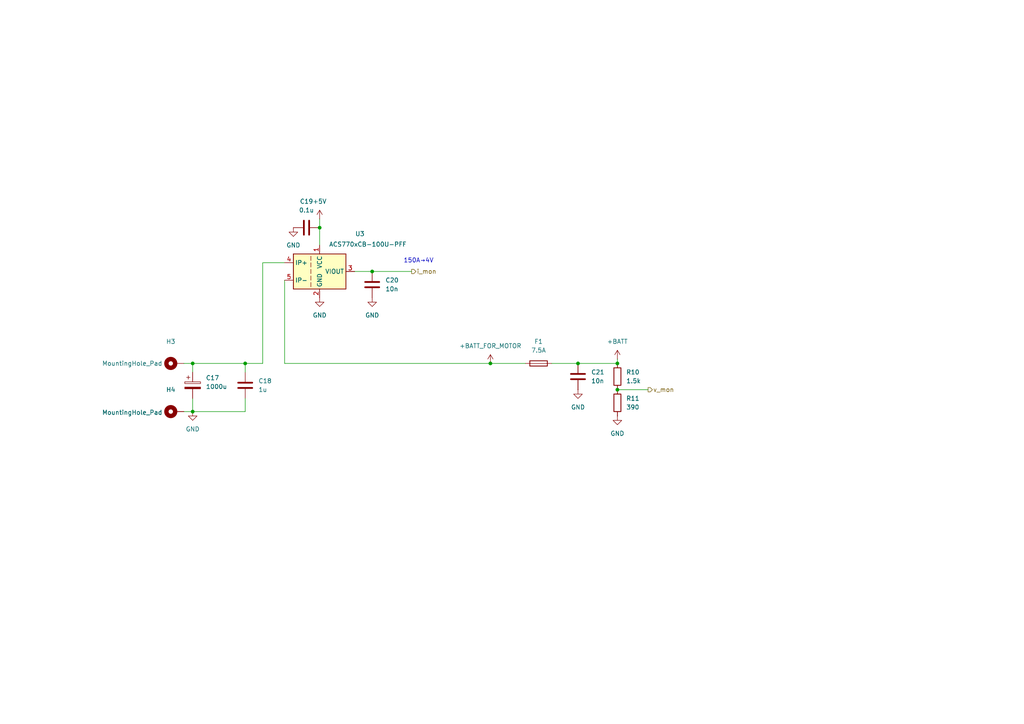
<source format=kicad_sch>
(kicad_sch (version 20231120) (generator "eeschema") (generator_version "8.0")
  (paper "A4")
  (lib_symbols
    (symbol "Device:C" (pin_numbers hide) (pin_names (offset 0.254))
      (property "Reference" "C" (at 0.635 2.54 0))
      (property "Value" "C" (at 0.635 -2.54 0))
      (symbol "C_0_1"
        (polyline (pts (xy -2.032 -0.762) (xy 2.032 -0.762)) (stroke (width 0.508)))
        (polyline (pts (xy -2.032 0.762) (xy 2.032 0.762)) (stroke (width 0.508)))
      )
      (symbol "C_1_1"
        (pin passive line (at 0 3.81 270) (length 2.794) (name "~") (number "1"))
        (pin passive line (at 0 -3.81 90) (length 2.794) (name "~") (number "2"))
      )
    )
    (symbol "Device:C_Polarized" (pin_numbers hide) (pin_names (offset 0.254))
      (property "Reference" "C" (at 0.635 2.54 0))
      (property "Value" "C_Polarized" (at 0.635 -2.54 0))
      (symbol "C_Polarized_0_1"
        (rectangle (start -2.286 0.508) (end 2.286 1.016))
        (polyline (pts (xy -1.778 2.286) (xy -0.762 2.286)))
        (polyline (pts (xy -1.27 2.794) (xy -1.27 1.778)))
        (rectangle (start 2.286 -0.508) (end -2.286 -1.016) (fill (type outline)))
      )
      (symbol "C_Polarized_1_1"
        (pin passive line (at 0 3.81 270) (length 2.794) (name "~") (number "1"))
        (pin passive line (at 0 -3.81 90) (length 2.794) (name "~") (number "2"))
      )
    )
    (symbol "Device:Fuse" (pin_numbers hide) (pin_names (offset 0))
      (property "Reference" "F" (at 2.032 0 90))
      (property "Value" "Fuse" (at -1.905 0 90))
      (symbol "Fuse_0_1"
        (rectangle (start -0.762 -2.54) (end 0.762 2.54) (stroke (width 0.254)))
        (polyline (pts (xy 0 2.54) (xy 0 -2.54)))
      )
      (symbol "Fuse_1_1"
        (pin passive line (at 0 3.81 270) (length 1.27) (name "~") (number "1"))
        (pin passive line (at 0 -3.81 90) (length 1.27) (name "~") (number "2"))
      )
    )
    (symbol "Device:R" (pin_numbers hide) (pin_names (offset 0))
      (property "Reference" "R" (at 2.032 0 90))
      (property "Value" "R" (at 0 0 90))
      (symbol "R_0_1"
        (rectangle (start -1.016 -2.54) (end 1.016 2.54) (stroke (width 0.254)))
      )
      (symbol "R_1_1"
        (pin passive line (at 0 3.81 270) (length 1.27) (name "~") (number "1"))
        (pin passive line (at 0 -3.81 90) (length 1.27) (name "~") (number "2"))
      )
    )
    (symbol "Mechanical:MountingHole_Pad" (pin_numbers hide) (pin_names (offset 1.016) hide) (exclude_from_sim yes) (in_bom no)
      (property "Reference" "H" (at 0 6.35 0))
      (property "Value" "MountingHole_Pad" (at 0 4.445 0))
      (symbol "MountingHole_Pad_0_1"
        (circle (center 0 1.27) (radius 1.27) (stroke (width 1.27)))
      )
      (symbol "MountingHole_Pad_1_1"
        (pin input line (at 0 -2.54 90) (length 2.54) (name "1") (number "1"))
      )
    )
    (symbol "Sensor_Current:ACS770xCB-100U-PFF"
      (property "Reference" "U" (at -7.62 6.35 0))
      (property "Value" "ACS770xCB-100U-PFF" (at 2.54 6.35 0))
      (symbol "ACS770xCB-100U-PFF_0_1"
        (rectangle (start -7.62 5.08) (end 7.62 -5.08) (stroke (width 0.254)) (fill (type background)))
        (polyline (pts (xy -2.54 -3.175) (xy -2.54 -4.445)))
        (polyline (pts (xy -2.54 -1.27) (xy -2.54 -2.54)))
        (polyline (pts (xy -2.54 0.635) (xy -2.54 -0.635)))
        (polyline (pts (xy -2.54 1.27) (xy -2.54 2.54)))
        (polyline (pts (xy -2.54 3.175) (xy -2.54 4.445)))
      )
      (symbol "ACS770xCB-100U-PFF_1_1"
        (pin power_in line (at 0 7.62 270) (length 2.54) (name "VCC") (number "1"))
        (pin power_in line (at 0 -7.62 90) (length 2.54) (name "GND") (number "2"))
        (pin output line (at 10.16 0 180) (length 2.54) (name "VIOUT") (number "3"))
        (pin passive line (at -10.16 2.54 0) (length 2.54) (name "IP+") (number "4"))
        (pin passive line (at -10.16 -2.54 0) (length 2.54) (name "IP-") (number "5"))
      )
    )
    (symbol "power:+5V" (power) (pin_numbers hide) (pin_names (offset 0) hide)
      (property "Value" "+5V" (at 0 3.556 0))
      (symbol "+5V_0_1"
        (polyline (pts (xy -0.762 1.27) (xy 0 2.54)))
        (polyline (pts (xy 0 0) (xy 0 2.54)))
        (polyline (pts (xy 0 2.54) (xy 0.762 1.27)))
      )
      (symbol "+5V_1_1"
        (pin power_in line (at 0 0 90) (length 0) (name "~") (number "1"))
      )
    )
    (symbol "power:+BATT" (power) (pin_numbers hide) (pin_names (offset 0) hide)
      (property "Value" "+BATT" (at 0 3.556 0))
      (symbol "+BATT_0_1"
        (polyline (pts (xy -0.762 1.27) (xy 0 2.54)))
        (polyline (pts (xy 0 0) (xy 0 2.54)))
        (polyline (pts (xy 0 2.54) (xy 0.762 1.27)))
      )
      (symbol "+BATT_1_1"
        (pin power_in line (at 0 0 90) (length 0) (name "~") (number "1"))
      )
    )
    (symbol "power:GND" (power) (pin_numbers hide) (pin_names (offset 0) hide)
      (property "Value" "GND" (at 0 -3.81 0))
      (symbol "GND_0_1"
        (polyline (pts (xy 0 0) (xy 0 -1.27) (xy 1.27 -1.27) (xy 0 -2.54) (xy -1.27 -1.27) (xy 0 -1.27)))
      )
      (symbol "GND_1_1"
        (pin power_in line (at 0 0 270) (length 0) (name "~") (number "1"))
      )
    )
  )
  (junction (at 167.64 105.41))
  (junction (at 55.88 105.41))
  (junction (at 142.24 105.41))
  (junction (at 107.95 78.74))
  (junction (at 92.71 66.04))
  (junction (at 179.07 113.03))
  (junction (at 55.88 119.38))
  (junction (at 71.12 105.41))
  (junction (at 179.07 105.41))
  (wire (pts (xy 55.88 105.41) (xy 71.12 105.41)))
  (wire (pts (xy 55.88 115.57) (xy 55.88 119.38)))
  (wire (pts (xy 92.71 66.04) (xy 92.71 71.12)))
  (wire (pts (xy 55.88 105.41) (xy 55.88 107.95)))
  (wire (pts (xy 71.12 115.57) (xy 71.12 119.38)))
  (wire (pts (xy 102.87 78.74) (xy 107.95 78.74)))
  (wire (pts (xy 76.2 105.41) (xy 76.2 76.2)))
  (wire (pts (xy 142.24 105.41) (xy 152.4 105.41)))
  (wire (pts (xy 82.55 105.41) (xy 82.55 81.28)))
  (wire (pts (xy 53.34 105.41) (xy 55.88 105.41)))
  (wire (pts (xy 53.34 119.38) (xy 55.88 119.38)))
  (wire (pts (xy 76.2 76.2) (xy 82.55 76.2)))
  (wire (pts (xy 82.55 105.41) (xy 142.24 105.41)))
  (wire (pts (xy 179.07 113.03) (xy 187.96 113.03)))
  (wire (pts (xy 160.02 105.41) (xy 167.64 105.41)))
  (wire (pts (xy 71.12 105.41) (xy 71.12 107.95)))
  (wire (pts (xy 167.64 105.41) (xy 179.07 105.41)))
  (wire (pts (xy 179.07 104.14) (xy 179.07 105.41)))
  (wire (pts (xy 92.71 63.5) (xy 92.71 66.04)))
  (wire (pts (xy 107.95 78.74) (xy 119.38 78.74)))
  (wire (pts (xy 71.12 105.41) (xy 76.2 105.41)))
  (wire (pts (xy 55.88 119.38) (xy 71.12 119.38)))
  (text "150A→4V" (at 121.412 75.692 0) (effects (font (size 1.27 1.27))))
  (hierarchical_label "v_mon" (shape output) (at 187.96 113.03 0))
  (hierarchical_label "i_mon" (shape output) (at 119.38 78.74 0))
  (symbol (lib_id "power:GND") (at 167.64 113.03 0) (unit 1)
    (property "Reference" "#PWR048" (effects (hide yes)))
    (property "Value" "GND" (at 167.64 118.11 0))
    (property "Description" "Power symbol creates a global label with name \"GND\" , ground" (effects (hide yes)))
  )
  (symbol (lib_id "Device:C") (at 107.95 82.55 0) (unit 1)
    (property "Reference" "C20" (at 111.76 81.2799 0) (effects (justify left)))
    (property "Value" "10n" (at 111.76 83.8199 0) (effects (justify left)))
    (property "Footprint" "Capacitor_SMD:C_0603_1608Metric" (effects (hide yes)))
    (property "Description" "Unpolarized capacitor" (effects (hide yes)))
  )
  (symbol (lib_id "Device:C") (at 71.12 111.76 0) (unit 1)
    (property "Reference" "C18" (at 74.93 110.4899 0) (effects (justify left)))
    (property "Value" "1u" (at 74.93 113.0299 0) (effects (justify left)))
    (property "Footprint" "Capacitor_SMD:C_0603_1608Metric" (effects (hide yes)))
    (property "Description" "Unpolarized capacitor" (effects (hide yes)))
  )
  (symbol (lib_id "power:GND") (at 92.71 86.36 0) (unit 1)
    (property "Reference" "#PWR045" (effects (hide yes)))
    (property "Value" "GND" (at 92.71 91.44 0))
    (property "Description" "Power symbol creates a global label with name \"GND\" , ground" (effects (hide yes)))
  )
  (symbol (lib_id "power:GND") (at 85.09 66.04 0) (unit 1)
    (property "Reference" "#PWR043" (effects (hide yes)))
    (property "Value" "GND" (at 85.09 71.12 0))
    (property "Description" "Power symbol creates a global label with name \"GND\" , ground" (effects (hide yes)))
  )
  (symbol (lib_id "power:+5V") (at 92.71 63.5 0) (unit 1)
    (property "Reference" "#PWR044" (effects (hide yes)))
    (property "Value" "+5V" (at 92.71 58.42 0))
    (property "Description" "Power symbol creates a global label with name \"+5V\"" (effects (hide yes)))
  )
  (symbol (lib_id "Mechanical:MountingHole_Pad") (at 50.8 119.38 90) (unit 1) (exclude_from_sim yes) (in_bom no)
    (property "Reference" "H4" (at 49.53 113.03 90))
    (property "Value" "MountingHole_Pad" (at 38.354 119.634 90))
    (property "Footprint" "MountingHole:MountingHole_4.3mm_M4_Pad_Via" (effects (hide yes)))
    (property "Description" "Mounting Hole with connection" (effects (hide yes)))
  )
  (symbol (lib_id "Device:R") (at 179.07 116.84 0) (unit 1)
    (property "Reference" "R11" (at 181.61 115.5699 0) (effects (justify left)))
    (property "Value" "390" (at 181.61 118.1099 0) (effects (justify left)))
    (property "Footprint" "Resistor_SMD:R_0603_1608Metric" (effects (hide yes)))
    (property "Description" "Resistor" (effects (hide yes)))
  )
  (symbol (lib_id "Mechanical:MountingHole_Pad") (at 50.8 105.41 90) (unit 1) (exclude_from_sim yes) (in_bom no)
    (property "Reference" "H3" (at 49.53 99.06 90))
    (property "Value" "MountingHole_Pad" (at 38.354 105.41 90))
    (property "Footprint" "MountingHole:MountingHole_4.3mm_M4_Pad_Via" (effects (hide yes)))
    (property "Description" "Mounting Hole with connection" (effects (hide yes)))
  )
  (symbol (lib_id "power:GND") (at 179.07 120.65 0) (unit 1)
    (property "Reference" "#PWR050" (effects (hide yes)))
    (property "Value" "GND" (at 179.07 125.73 0))
    (property "Description" "Power symbol creates a global label with name \"GND\" , ground" (effects (hide yes)))
  )
  (symbol (lib_id "power:+BATT") (at 179.07 104.14 0) (unit 1)
    (property "Reference" "#PWR049" (effects (hide yes)))
    (property "Value" "+BATT" (at 179.07 99.06 0))
    (property "Description" "Power symbol creates a global label with name \"+BATT\"" (effects (hide yes)))
  )
  (symbol (lib_id "Sensor_Current:ACS770xCB-100U-PFF") (at 92.71 78.74 0) (unit 1)
    (property "Reference" "U3" (at 104.394 67.818 0))
    (property "Value" "ACS770xCB-100U-PFF" (at 106.68 70.866 0))
    (property "Footprint" "power_board2:XDCR_ACS770KCB-150U-PFF-T" (effects (hide yes)))
    (property "Datasheet" "http://www.allegromicro.com/~/media/Files/Datasheets/ACS758-Datasheet.ashx?la=en" (effects (hide yes)))
    (property "Description" "100A Unidirectional Hall-Effect Current Sensor, +5.0V supply, 40mV/A, CB-5 PFF" (effects (hide yes)))
  )
  (symbol (lib_id "power:GND") (at 107.95 86.36 0) (unit 1)
    (property "Reference" "#PWR046" (effects (hide yes)))
    (property "Value" "GND" (at 107.95 91.44 0))
    (property "Description" "Power symbol creates a global label with name \"GND\" , ground" (effects (hide yes)))
  )
  (symbol (lib_id "Device:C") (at 167.64 109.22 0) (unit 1)
    (property "Reference" "C21" (at 171.45 107.9499 0) (effects (justify left)))
    (property "Value" "10n" (at 171.45 110.4899 0) (effects (justify left)))
    (property "Footprint" "Capacitor_SMD:C_0603_1608Metric" (effects (hide yes)))
    (property "Description" "Unpolarized capacitor" (effects (hide yes)))
  )
  (symbol (lib_id "power:GND") (at 55.88 119.38 0) (unit 1)
    (property "Reference" "#PWR042" (effects (hide yes)))
    (property "Value" "GND" (at 55.88 124.46 0))
    (property "Description" "Power symbol creates a global label with name \"GND\" , ground" (effects (hide yes)))
  )
  (symbol (lib_id "Device:C_Polarized") (at 55.88 111.76 0) (unit 1)
    (property "Reference" "C17" (at 59.69 109.6009 0) (effects (justify left)))
    (property "Value" "1000u" (at 59.69 112.1409 0) (effects (justify left)))
    (property "Footprint" "power_board2:CAPPRD500W65D1275H2200" (effects (hide yes)))
    (property "Description" "Polarized capacitor" (effects (hide yes)))
  )
  (symbol (lib_id "power:+BATT") (at 142.24 105.41 0) (unit 1)
    (property "Reference" "#PWR024" (effects (hide yes)))
    (property "Value" "+BATT_FOR_MOTOR" (at 142.24 100.33 0))
    (property "Description" "Power symbol creates a global label with name \"+BATT\"" (effects (hide yes)))
  )
  (symbol (lib_id "Device:C") (at 88.9 66.04 90) (unit 1)
    (property "Reference" "C19" (at 88.9 58.42 90))
    (property "Value" "0.1u" (at 88.9 60.96 90))
    (property "Footprint" "Capacitor_SMD:C_0603_1608Metric" (effects (hide yes)))
    (property "Description" "Unpolarized capacitor" (effects (hide yes)))
  )
  (symbol (lib_id "Device:R") (at 179.07 109.22 0) (unit 1)
    (property "Reference" "R10" (at 181.61 107.9499 0) (effects (justify left)))
    (property "Value" "1.5k" (at 181.61 110.4899 0) (effects (justify left)))
    (property "Footprint" "Resistor_SMD:R_0603_1608Metric" (effects (hide yes)))
    (property "Description" "Resistor" (effects (hide yes)))
  )
  (symbol (lib_id "Device:Fuse") (at 156.21 105.41 90) (unit 1)
    (property "Reference" "F1" (at 156.21 99.06 90))
    (property "Value" "7.5A" (at 156.21 101.6 90))
    (property "Footprint" "power_board2:17867640001" (effects (hide yes)))
    (property "Description" "Fuse" (effects (hide yes)))
  )
)
</source>
